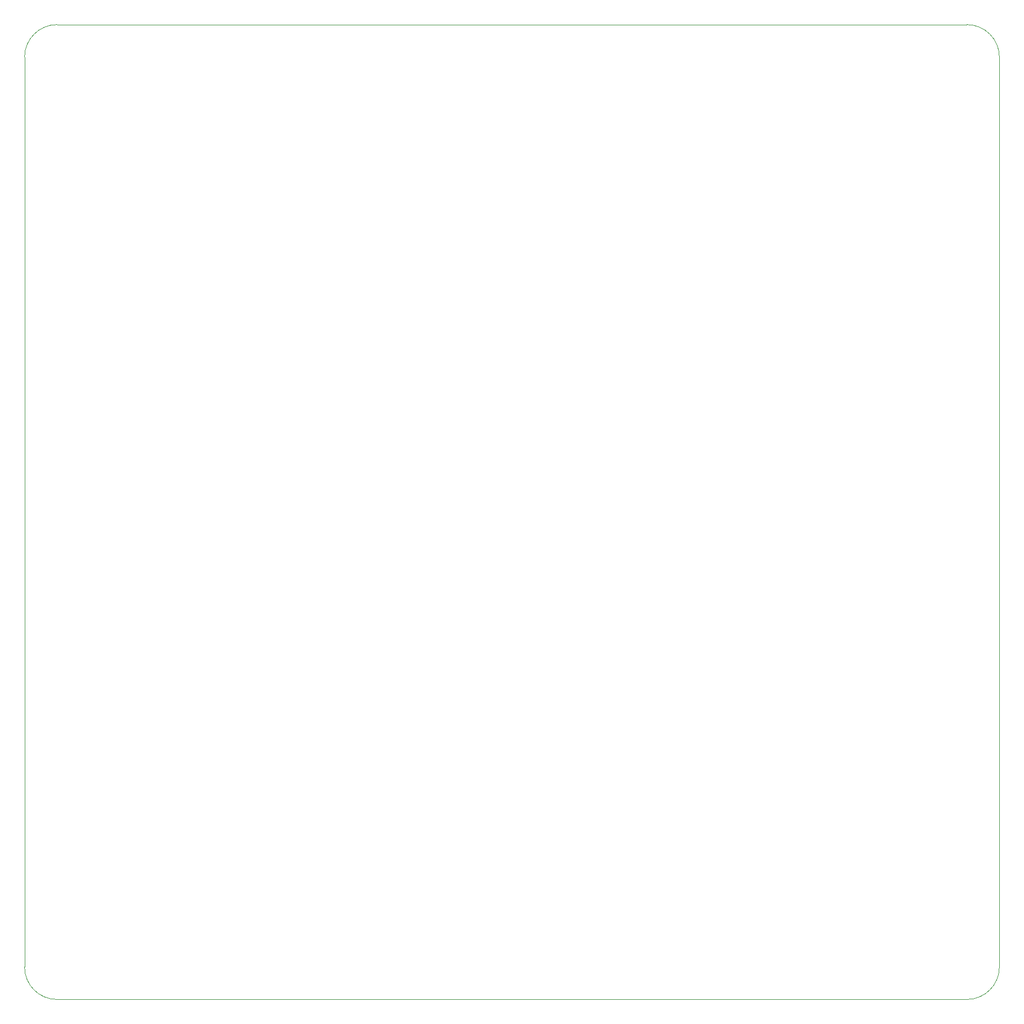
<source format=gm1>
%TF.GenerationSoftware,KiCad,Pcbnew,8.0.1*%
%TF.CreationDate,2024-03-21T17:04:44-07:00*%
%TF.ProjectId,fan-controller,66616e2d-636f-46e7-9472-6f6c6c65722e,rev?*%
%TF.SameCoordinates,Original*%
%TF.FileFunction,Profile,NP*%
%FSLAX46Y46*%
G04 Gerber Fmt 4.6, Leading zero omitted, Abs format (unit mm)*
G04 Created by KiCad (PCBNEW 8.0.1) date 2024-03-21 17:04:44*
%MOMM*%
%LPD*%
G01*
G04 APERTURE LIST*
%TA.AperFunction,Profile*%
%ADD10C,0.050000*%
%TD*%
G04 APERTURE END LIST*
D10*
X130000000Y-75000000D02*
X270000000Y-75000000D01*
X270000000Y-75000000D02*
G75*
G02*
X275000000Y-80000000I0J-5000000D01*
G01*
X275000000Y-220000000D02*
G75*
G02*
X270000000Y-225000000I-5000000J0D01*
G01*
X275000000Y-80000000D02*
X275000000Y-220000000D01*
X270000000Y-225000000D02*
X130000000Y-225000000D01*
X125000000Y-220000000D02*
X125000000Y-80000000D01*
X130000000Y-225000000D02*
G75*
G02*
X125000000Y-220000000I0J5000000D01*
G01*
X125000000Y-80000000D02*
G75*
G02*
X130000000Y-75000000I5000000J0D01*
G01*
M02*

</source>
